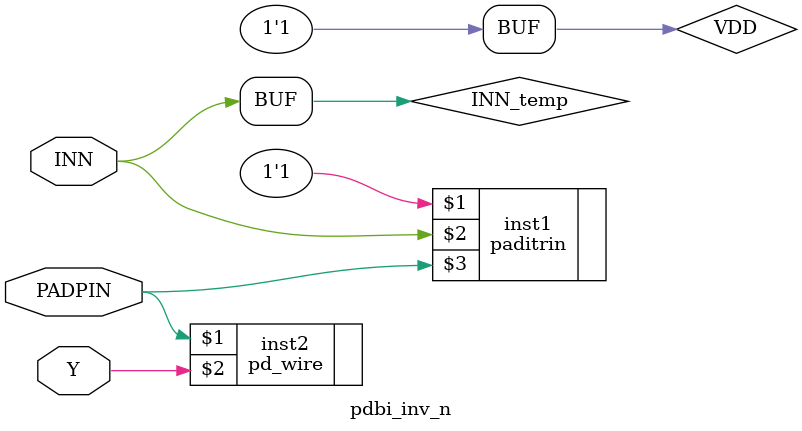
<source format=v>
module pdbi_inv_n(INN,PADPIN,Y);
  parameter YPITCH = "4MA";
  parameter SLIM_FLAG = 0;
  parameter
        d_INN_r = 0,
        d_INN_f = 0,
        d_PADPIN_r = 1,
        d_PADPIN_f = 1,
        d_Y_r = 1,
        d_Y_f = 1;
  input  INN;
  inout  PADPIN;
  inout  Y;
  wire  INN_temp;
  wire  PADPIN_temp;
  wire  Y_temp;
  supply1  VDD;
  assign #(d_INN_r,d_INN_f) INN_temp = INN;
  pd_wire inst2 (PADPIN,Y);
  paditrin #(0,0) inst1 (VDD,INN_temp,PADPIN);
endmodule

</source>
